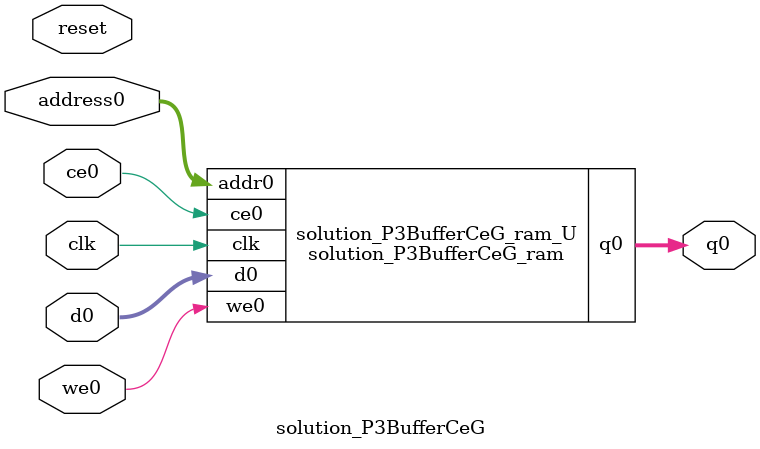
<source format=v>

`timescale 1 ns / 1 ps
module solution_P3BufferCeG_ram (addr0, ce0, d0, we0, q0,  clk);

parameter DWIDTH = 16;
parameter AWIDTH = 10;
parameter MEM_SIZE = 1000;

input[AWIDTH-1:0] addr0;
input ce0;
input[DWIDTH-1:0] d0;
input we0;
output reg[DWIDTH-1:0] q0;
input clk;

(* ram_style = "block" *)reg [DWIDTH-1:0] ram[0:MEM_SIZE-1];




always @(posedge clk)  
begin 
    if (ce0) 
    begin
        if (we0) 
        begin 
            ram[addr0] <= d0; 
            q0 <= d0;
        end 
        else 
            q0 <= ram[addr0];
    end
end


endmodule


`timescale 1 ns / 1 ps
module solution_P3BufferCeG(
    reset,
    clk,
    address0,
    ce0,
    we0,
    d0,
    q0);

parameter DataWidth = 32'd16;
parameter AddressRange = 32'd1000;
parameter AddressWidth = 32'd10;
input reset;
input clk;
input[AddressWidth - 1:0] address0;
input ce0;
input we0;
input[DataWidth - 1:0] d0;
output[DataWidth - 1:0] q0;



solution_P3BufferCeG_ram solution_P3BufferCeG_ram_U(
    .clk( clk ),
    .addr0( address0 ),
    .ce0( ce0 ),
    .we0( we0 ),
    .d0( d0 ),
    .q0( q0 ));

endmodule


</source>
